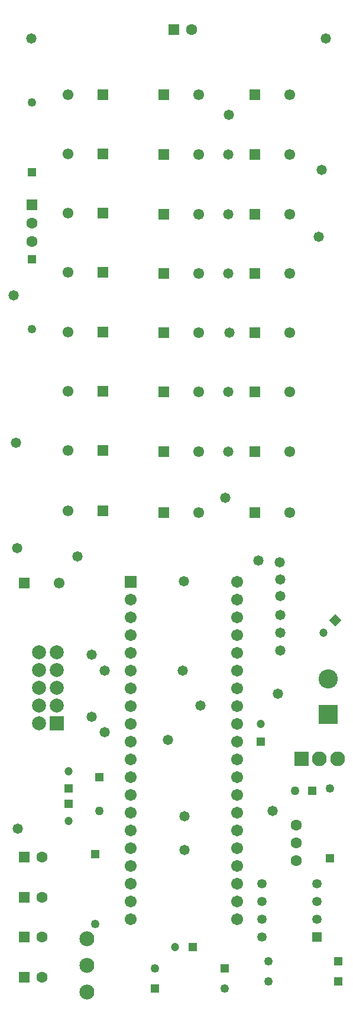
<source format=gts>
G04*
G04 #@! TF.GenerationSoftware,Altium Limited,Altium Designer,24.7.2 (38)*
G04*
G04 Layer_Color=8388736*
%FSLAX25Y25*%
%MOIN*%
G70*
G04*
G04 #@! TF.SameCoordinates,CC8A6A43-B504-4C59-8E3F-8C83A17D3AF1*
G04*
G04*
G04 #@! TF.FilePolarity,Negative*
G04*
G01*
G75*
%ADD18R,0.06706X0.06706*%
%ADD19C,0.06706*%
%ADD20R,0.04724X0.04724*%
%ADD21C,0.04724*%
%ADD22C,0.04921*%
%ADD23R,0.04921X0.04921*%
%ADD24R,0.05315X0.05315*%
%ADD25C,0.05315*%
%ADD26C,0.06102*%
%ADD27R,0.06102X0.06102*%
%ADD28C,0.08400*%
%ADD29P,0.06681X4X270.0*%
%ADD30C,0.06299*%
%ADD31R,0.06299X0.06299*%
%ADD32R,0.06312X0.06312*%
%ADD33C,0.06312*%
%ADD34R,0.04921X0.04921*%
%ADD35C,0.07887*%
%ADD36R,0.07887X0.07887*%
%ADD37C,0.08320*%
%ADD38R,0.08320X0.08320*%
%ADD39C,0.10800*%
%ADD40R,0.10800X0.10800*%
%ADD41R,0.04724X0.04724*%
%ADD42R,0.05000X0.05000*%
%ADD43C,0.05000*%
%ADD44R,0.05000X0.05000*%
%ADD45C,0.05800*%
D18*
X73500Y238000D02*
D03*
D19*
Y228000D02*
D03*
Y218000D02*
D03*
Y208000D02*
D03*
Y198000D02*
D03*
Y188000D02*
D03*
Y178000D02*
D03*
Y168000D02*
D03*
Y158000D02*
D03*
Y148000D02*
D03*
Y138000D02*
D03*
Y128000D02*
D03*
Y118000D02*
D03*
Y108000D02*
D03*
Y98000D02*
D03*
Y88000D02*
D03*
Y78000D02*
D03*
Y68000D02*
D03*
Y58000D02*
D03*
Y48000D02*
D03*
X133500Y238000D02*
D03*
Y228000D02*
D03*
Y218000D02*
D03*
Y208000D02*
D03*
Y198000D02*
D03*
Y188000D02*
D03*
Y178000D02*
D03*
Y168000D02*
D03*
Y158000D02*
D03*
Y148000D02*
D03*
Y138000D02*
D03*
Y128000D02*
D03*
Y118000D02*
D03*
Y108000D02*
D03*
Y98000D02*
D03*
Y88000D02*
D03*
Y78000D02*
D03*
Y68000D02*
D03*
Y58000D02*
D03*
Y48000D02*
D03*
D20*
X108421Y32500D02*
D03*
D21*
X98579D02*
D03*
X182040Y209540D02*
D03*
X38500Y131555D02*
D03*
X147000Y158000D02*
D03*
X38500Y103279D02*
D03*
D22*
X126685Y9000D02*
D03*
X87315Y20500D02*
D03*
X151315Y24500D02*
D03*
Y13000D02*
D03*
X18000Y380315D02*
D03*
X186000Y121685D02*
D03*
X53500Y45315D02*
D03*
X18000Y508185D02*
D03*
D23*
X87315Y9000D02*
D03*
X126685Y20500D02*
D03*
X190685Y24500D02*
D03*
Y13000D02*
D03*
D24*
X178500Y38000D02*
D03*
D25*
Y48000D02*
D03*
Y58000D02*
D03*
Y68000D02*
D03*
X147500D02*
D03*
Y58000D02*
D03*
Y48000D02*
D03*
Y38000D02*
D03*
D26*
X111986Y277000D02*
D03*
X111986Y311500D02*
D03*
Y344917D02*
D03*
Y378333D02*
D03*
X38315Y345417D02*
D03*
X38315Y479083D02*
D03*
X111986Y445166D02*
D03*
X38315Y412250D02*
D03*
X111986Y478583D02*
D03*
X38315Y445667D02*
D03*
X163079Y378333D02*
D03*
X163079Y445166D02*
D03*
X163079Y512500D02*
D03*
Y478583D02*
D03*
Y411750D02*
D03*
X38315Y512500D02*
D03*
X111986Y411750D02*
D03*
X38315Y312000D02*
D03*
X111986Y512500D02*
D03*
X38315Y378833D02*
D03*
X163079Y311500D02*
D03*
Y344917D02*
D03*
Y277000D02*
D03*
X38315Y278000D02*
D03*
X33342Y237500D02*
D03*
D27*
X92301Y277000D02*
D03*
Y311500D02*
D03*
Y344917D02*
D03*
Y378333D02*
D03*
X58000Y345417D02*
D03*
Y479083D02*
D03*
X92301Y445166D02*
D03*
X58000Y412250D02*
D03*
X92301Y478583D02*
D03*
X58000Y445667D02*
D03*
X143394Y378333D02*
D03*
Y445166D02*
D03*
Y512500D02*
D03*
Y478583D02*
D03*
Y411750D02*
D03*
X58000Y512500D02*
D03*
X92301Y411750D02*
D03*
X58000Y312000D02*
D03*
X92301Y512500D02*
D03*
X58000Y378833D02*
D03*
X143394Y311500D02*
D03*
Y344917D02*
D03*
Y277000D02*
D03*
X58000Y278000D02*
D03*
X13657Y237500D02*
D03*
D28*
X49000Y7000D02*
D03*
Y37000D02*
D03*
Y22000D02*
D03*
D29*
X189000Y216500D02*
D03*
D30*
X23500Y83000D02*
D03*
Y60500D02*
D03*
Y38000D02*
D03*
Y15500D02*
D03*
X108000Y549000D02*
D03*
D31*
X13500Y83000D02*
D03*
Y60500D02*
D03*
Y38000D02*
D03*
Y15500D02*
D03*
X98000Y549000D02*
D03*
D32*
X18000Y450236D02*
D03*
D33*
Y429764D02*
D03*
Y440000D02*
D03*
X167000Y81000D02*
D03*
Y91000D02*
D03*
Y101000D02*
D03*
D34*
X18000Y419685D02*
D03*
X186000Y82315D02*
D03*
X53500Y84685D02*
D03*
X18000Y468815D02*
D03*
D35*
X22000Y198500D02*
D03*
X32000D02*
D03*
X22000Y188500D02*
D03*
X32000D02*
D03*
X22000Y178500D02*
D03*
X32000D02*
D03*
X22000Y168500D02*
D03*
X32000D02*
D03*
X22000Y158500D02*
D03*
D36*
X32000D02*
D03*
D37*
X190039Y138500D02*
D03*
X180000D02*
D03*
D38*
X169960D02*
D03*
D39*
X185000Y183500D02*
D03*
D40*
Y163500D02*
D03*
D41*
X38500Y121713D02*
D03*
X147000Y148158D02*
D03*
X38500Y113121D02*
D03*
D42*
X56000Y128213D02*
D03*
D43*
Y109000D02*
D03*
X166079Y120500D02*
D03*
D44*
X175921D02*
D03*
D45*
X59000Y153500D02*
D03*
X158000Y209500D02*
D03*
X128583Y311500D02*
D03*
X145500Y250000D02*
D03*
X183500Y544000D02*
D03*
X7500Y399500D02*
D03*
X9000Y316500D02*
D03*
X17500Y544000D02*
D03*
X10000Y99000D02*
D03*
X156500Y175000D02*
D03*
X179500Y432500D02*
D03*
X181344Y470042D02*
D03*
X9500Y257000D02*
D03*
X94500Y149000D02*
D03*
X158000Y230000D02*
D03*
X153500Y109000D02*
D03*
X158000Y219500D02*
D03*
Y199500D02*
D03*
X113000Y168500D02*
D03*
X129000Y501000D02*
D03*
X103000Y188000D02*
D03*
X103500Y238500D02*
D03*
X104000Y106000D02*
D03*
X127000Y285500D02*
D03*
X59000Y188000D02*
D03*
X158000Y239500D02*
D03*
X128583Y344917D02*
D03*
X157500Y249000D02*
D03*
X128583Y411750D02*
D03*
Y445166D02*
D03*
Y478583D02*
D03*
X129167Y378333D02*
D03*
X43500Y252500D02*
D03*
X51362Y161921D02*
D03*
X51500Y197000D02*
D03*
X104000Y87000D02*
D03*
M02*

</source>
